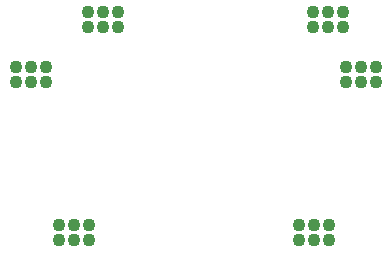
<source format=gbs>
G04*
G04 #@! TF.GenerationSoftware,Altium Limited,Altium Designer,20.1.8 (145)*
G04*
G04 Layer_Color=16711935*
%FSTAX43Y43*%
%MOMM*%
G71*
G04*
G04 #@! TF.SameCoordinates,48CEEDD8-FEA7-46FE-8C49-AB3D6DD9764B*
G04*
G04*
G04 #@! TF.FilePolarity,Negative*
G04*
G01*
G75*
%ADD24C,1.100*%
D24*
X0108718Y0106581D02*
D03*
Y0105311D02*
D03*
X0109988Y0106581D02*
D03*
Y0105311D02*
D03*
X0111258Y0106581D02*
D03*
Y0105311D02*
D03*
X0105912Y0109969D02*
D03*
Y0111239D02*
D03*
X0107182Y0109969D02*
D03*
Y0111239D02*
D03*
X0108452Y0109969D02*
D03*
Y0111239D02*
D03*
X0107267Y0093169D02*
D03*
Y0091899D02*
D03*
X0105997Y0093169D02*
D03*
Y0091899D02*
D03*
X0104727Y0093169D02*
D03*
Y0091899D02*
D03*
X0086912Y0109969D02*
D03*
Y0111239D02*
D03*
X0088182Y0109969D02*
D03*
Y0111239D02*
D03*
X0089452Y0109969D02*
D03*
Y0111239D02*
D03*
X0086932Y0093169D02*
D03*
Y0091899D02*
D03*
X0085662Y0093169D02*
D03*
Y0091899D02*
D03*
X0084392Y0093169D02*
D03*
Y0091899D02*
D03*
X0080766Y0106581D02*
D03*
Y0105311D02*
D03*
X0082036Y0106581D02*
D03*
Y0105311D02*
D03*
X0083306Y0106581D02*
D03*
Y0105311D02*
D03*
M02*

</source>
